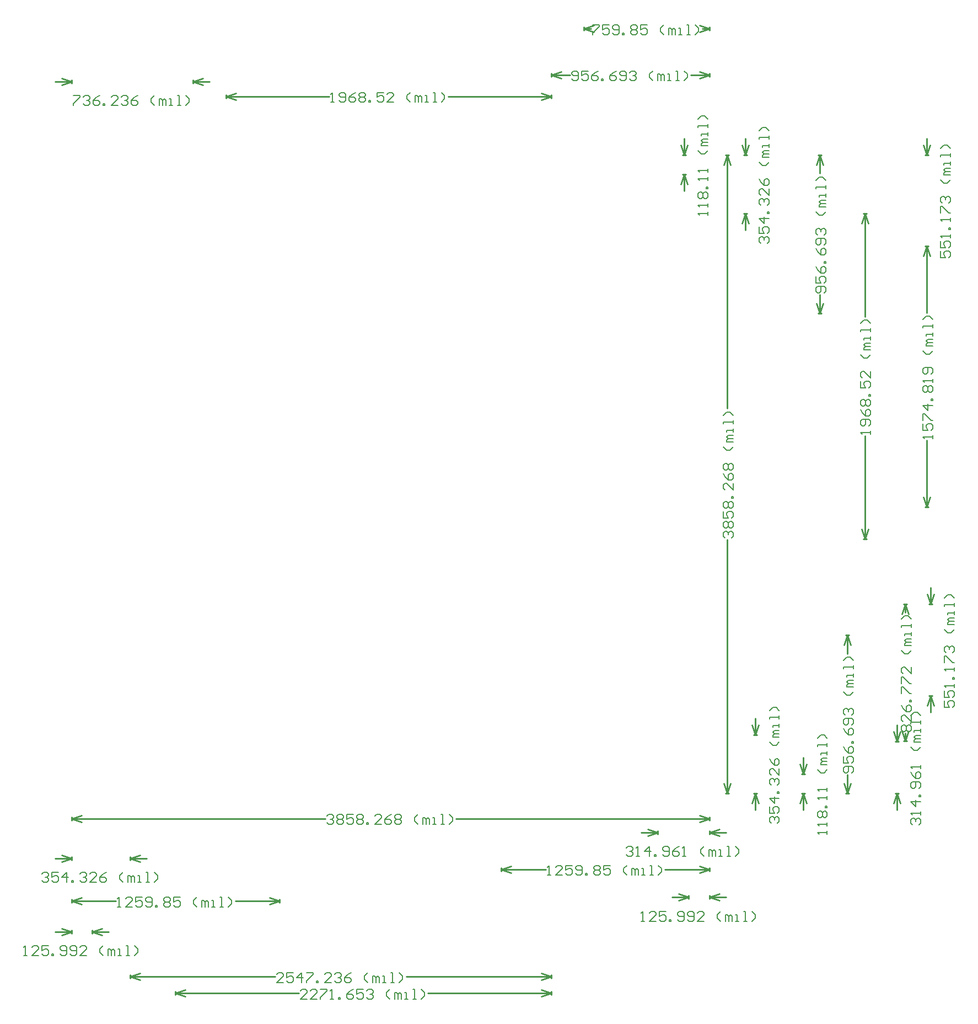
<source format=gtp>
G04*
G04 #@! TF.GenerationSoftware,Altium Limited,Altium Designer,18.1.7 (191)*
G04*
G04 Layer_Color=8421504*
%FSLAX25Y25*%
%MOIN*%
G70*
G01*
G75*
%ADD13C,0.01000*%
%ADD14C,0.00600*%
D13*
X73824Y429100D02*
Y431100D01*
X200Y429100D02*
Y431100D01*
X73824Y430100D02*
X79824Y428100D01*
X73824Y430100D02*
X79824Y432100D01*
X-5800Y428100D02*
X200Y430100D01*
X-5800Y432100D02*
X200Y430100D01*
X73824D02*
X83824D01*
X-9800D02*
X200D01*
X386100Y461100D02*
Y463100D01*
X310115Y461100D02*
Y463100D01*
X380100Y460100D02*
X386100Y462100D01*
X380100Y464100D02*
X386100Y462100D01*
X310115D02*
X316115Y460100D01*
X310115Y462100D02*
X316115Y464100D01*
X381697Y462100D02*
X386100D01*
X310115D02*
X314518D01*
X516300Y330700D02*
X518300D01*
X516300Y173218D02*
X518300D01*
X517300Y330700D02*
X519300Y324700D01*
X515300D02*
X517300Y330700D01*
Y173218D02*
X519300Y179218D01*
X515300D02*
X517300Y173218D01*
Y290547D02*
Y330700D01*
Y173218D02*
Y213371D01*
X516400Y385900D02*
X518400D01*
X516400Y330783D02*
X518400D01*
X517400Y385900D02*
X519400Y391900D01*
X515400D02*
X517400Y385900D01*
Y330783D02*
X519400Y324783D01*
X515400D02*
X517400Y330783D01*
Y385900D02*
Y395900D01*
Y320783D02*
Y330783D01*
X478900Y350500D02*
X480900D01*
X478900Y153648D02*
X480900D01*
X479900Y350500D02*
X481900Y344500D01*
X477900D02*
X479900Y350500D01*
Y153648D02*
X481900Y159648D01*
X477900D02*
X479900Y153648D01*
Y288163D02*
Y350500D01*
Y153648D02*
Y215985D01*
X290400Y420200D02*
Y422200D01*
X93548Y420200D02*
Y422200D01*
X284400Y419200D02*
X290400Y421200D01*
X284400Y423200D02*
X290400Y421200D01*
X93548D02*
X99548Y419200D01*
X93548Y421200D02*
X99548Y423200D01*
X228063Y421200D02*
X290400D01*
X93548D02*
X155885D01*
X386100Y433200D02*
Y435200D01*
X290431Y433200D02*
Y435200D01*
X380100Y432200D02*
X386100Y434200D01*
X380100Y436200D02*
X386100Y434200D01*
X290431D02*
X296431Y432200D01*
X290431Y434200D02*
X296431Y436200D01*
X374854Y434200D02*
X386100D01*
X290431D02*
X301677D01*
X290300Y-121600D02*
Y-119600D01*
X63135Y-121600D02*
Y-119600D01*
X284300Y-122600D02*
X290300Y-120600D01*
X284300Y-118600D02*
X290300Y-120600D01*
X63135D02*
X69135Y-122600D01*
X63135Y-120600D02*
X69135Y-118600D01*
X215805Y-120600D02*
X290300D01*
X63135D02*
X137629D01*
X290324Y-111500D02*
Y-109500D01*
X35600Y-111500D02*
Y-109500D01*
X284324Y-112500D02*
X290324Y-110500D01*
X284324Y-108500D02*
X290324Y-110500D01*
X35600D02*
X41600Y-112500D01*
X35600Y-110500D02*
X41600Y-108500D01*
X202550Y-110500D02*
X290324D01*
X35600D02*
X123374D01*
X518600Y114300D02*
X520600D01*
X518600Y59183D02*
X520600D01*
X519600Y114300D02*
X521600Y120300D01*
X517600D02*
X519600Y114300D01*
Y59183D02*
X521600Y53183D01*
X517600D02*
X519600Y59183D01*
Y114300D02*
Y124300D01*
Y49183D02*
Y59183D01*
X503500Y114277D02*
X505500D01*
X503500Y31600D02*
X505500D01*
X504500Y114277D02*
X506500Y108277D01*
X502500D02*
X504500Y114277D01*
Y31600D02*
X506500Y37600D01*
X502500D02*
X504500Y31600D01*
Y109527D02*
Y114277D01*
Y31600D02*
Y36350D01*
X498200Y31596D02*
X500200D01*
X498200Y100D02*
X500200D01*
X499200Y31596D02*
X501200Y37596D01*
X497200D02*
X499200Y31596D01*
Y100D02*
X501200Y-5900D01*
X497200D02*
X499200Y100D01*
Y31596D02*
Y41596D01*
Y-9900D02*
Y100D01*
X12800Y-84600D02*
Y-82600D01*
X201Y-84600D02*
Y-82600D01*
X12800Y-83600D02*
X18800Y-85600D01*
X12800Y-83600D02*
X18800Y-81600D01*
X-5799Y-85600D02*
X201Y-83600D01*
X-5799Y-81600D02*
X201Y-83600D01*
X12800D02*
X22800D01*
X-9799D02*
X201D01*
X386100Y-63700D02*
Y-61700D01*
X373501Y-63700D02*
Y-61700D01*
X386100Y-62700D02*
X392100Y-64700D01*
X386100Y-62700D02*
X392100Y-60700D01*
X367501Y-64700D02*
X373501Y-62700D01*
X367501Y-60700D02*
X373501Y-62700D01*
X386100D02*
X396100D01*
X363501D02*
X373501D01*
X451700Y385900D02*
X453700D01*
X451700Y290231D02*
X453700D01*
X452700Y385900D02*
X454700Y379900D01*
X450700D02*
X452700Y385900D01*
Y290231D02*
X454700Y296231D01*
X450700D02*
X452700Y290231D01*
Y374654D02*
Y385900D01*
Y290231D02*
Y301477D01*
X468500Y95769D02*
X470500D01*
X468500Y100D02*
X470500D01*
X469500Y95769D02*
X471500Y89769D01*
X467500D02*
X469500Y95769D01*
Y100D02*
X471500Y6100D01*
X467500D02*
X469500Y100D01*
Y84523D02*
Y95769D01*
Y100D02*
Y11346D01*
X369700Y385900D02*
X371700D01*
X369700Y374089D02*
X371700D01*
X370700Y385900D02*
X372700Y391900D01*
X368700D02*
X370700Y385900D01*
Y374089D02*
X372700Y368089D01*
X368700D02*
X370700Y374089D01*
Y385900D02*
Y395900D01*
Y364089D02*
Y374089D01*
X441800Y11911D02*
X443800D01*
X441800Y100D02*
X443800D01*
X442800Y11911D02*
X444800Y17911D01*
X440800D02*
X442800Y11911D01*
Y100D02*
X444800Y-5900D01*
X440800D02*
X442800Y100D01*
Y11911D02*
Y21911D01*
Y-9900D02*
Y100D01*
X126185Y-66000D02*
Y-64000D01*
X200Y-66000D02*
Y-64000D01*
X120185Y-67000D02*
X126185Y-65000D01*
X120185Y-63000D02*
X126185Y-65000D01*
X200D02*
X6200Y-67000D01*
X200Y-65000D02*
X6200Y-63000D01*
X99281Y-65000D02*
X126185D01*
X200D02*
X27104D01*
X386100Y-46800D02*
Y-44800D01*
X260115Y-46800D02*
Y-44800D01*
X380100Y-47800D02*
X386100Y-45800D01*
X380100Y-43800D02*
X386100Y-45800D01*
X260115D02*
X266115Y-47800D01*
X260115Y-45800D02*
X266115Y-43800D01*
X359196Y-45800D02*
X386100D01*
X260115D02*
X287019D01*
X386100Y-16100D02*
Y-14100D01*
X273Y-16100D02*
Y-14100D01*
X380100Y-17100D02*
X386100Y-15100D01*
X380100Y-13100D02*
X386100Y-15100D01*
X273D02*
X6273Y-17100D01*
X273Y-15100D02*
X6273Y-13100D01*
X232774Y-15100D02*
X386100D01*
X273D02*
X153599D01*
X395800Y385927D02*
X397800D01*
X395800Y100D02*
X397800D01*
X396800Y385927D02*
X398800Y379927D01*
X394800D02*
X396800Y385927D01*
Y100D02*
X398800Y6100D01*
X394800D02*
X396800Y100D01*
Y232601D02*
Y385927D01*
Y100D02*
Y153426D01*
X412800Y35533D02*
X414800D01*
X412800Y100D02*
X414800D01*
X413800Y35533D02*
X415800Y41533D01*
X411800D02*
X413800Y35533D01*
Y100D02*
X415800Y-5900D01*
X411800D02*
X413800Y100D01*
Y35533D02*
Y45533D01*
Y-9900D02*
Y100D01*
X406700Y385900D02*
X408700D01*
X406700Y350467D02*
X408700D01*
X407700Y385900D02*
X409700Y391900D01*
X405700D02*
X407700Y385900D01*
Y350467D02*
X409700Y344467D01*
X405700D02*
X407700Y350467D01*
Y385900D02*
Y395900D01*
Y340467D02*
Y350467D01*
X35633Y-40300D02*
Y-38300D01*
X200Y-40300D02*
Y-38300D01*
X35633Y-39300D02*
X41633Y-41300D01*
X35633Y-39300D02*
X41633Y-37300D01*
X-5800Y-41300D02*
X200Y-39300D01*
X-5800Y-37300D02*
X200Y-39300D01*
X35633D02*
X45633D01*
X-9800D02*
X200D01*
X386100Y-24500D02*
Y-22500D01*
X354604Y-24500D02*
Y-22500D01*
X386100Y-23500D02*
X392100Y-25500D01*
X386100Y-23500D02*
X392100Y-21500D01*
X348604Y-25500D02*
X354604Y-23500D01*
X348604Y-21500D02*
X354604Y-23500D01*
X386100D02*
X396100D01*
X344604D02*
X354604D01*
D14*
X1423Y421702D02*
X5422D01*
Y420702D01*
X1423Y416704D01*
Y415704D01*
X7421Y420702D02*
X8421Y421702D01*
X10420D01*
X11420Y420702D01*
Y419703D01*
X10420Y418703D01*
X9420D01*
X10420D01*
X11420Y417703D01*
Y416704D01*
X10420Y415704D01*
X8421D01*
X7421Y416704D01*
X17418Y421702D02*
X15419Y420702D01*
X13419Y418703D01*
Y416704D01*
X14419Y415704D01*
X16418D01*
X17418Y416704D01*
Y417703D01*
X16418Y418703D01*
X13419D01*
X19417Y415704D02*
Y416704D01*
X20417D01*
Y415704D01*
X19417D01*
X28414D02*
X24416D01*
X28414Y419703D01*
Y420702D01*
X27415Y421702D01*
X25415D01*
X24416Y420702D01*
X30414D02*
X31413Y421702D01*
X33413D01*
X34413Y420702D01*
Y419703D01*
X33413Y418703D01*
X32413D01*
X33413D01*
X34413Y417703D01*
Y416704D01*
X33413Y415704D01*
X31413D01*
X30414Y416704D01*
X40411Y421702D02*
X38411Y420702D01*
X36412Y418703D01*
Y416704D01*
X37411Y415704D01*
X39411D01*
X40411Y416704D01*
Y417703D01*
X39411Y418703D01*
X36412D01*
X50407Y415704D02*
X48408Y417703D01*
Y419703D01*
X50407Y421702D01*
X53406Y415704D02*
Y419703D01*
X54406D01*
X55406Y418703D01*
Y415704D01*
Y418703D01*
X56405Y419703D01*
X57405Y418703D01*
Y415704D01*
X59404D02*
X61404D01*
X60404D01*
Y419703D01*
X59404D01*
X64403Y415704D02*
X66402D01*
X65402D01*
Y421702D01*
X64403D01*
X69401Y415704D02*
X71400Y417703D01*
Y419703D01*
X69401Y421702D01*
X315518Y464499D02*
X319516D01*
Y463499D01*
X315518Y459501D01*
Y458501D01*
X325515Y464499D02*
X321516D01*
Y461500D01*
X323515Y462500D01*
X324515D01*
X325515Y461500D01*
Y459501D01*
X324515Y458501D01*
X322516D01*
X321516Y459501D01*
X327514D02*
X328514Y458501D01*
X330513D01*
X331513Y459501D01*
Y463499D01*
X330513Y464499D01*
X328514D01*
X327514Y463499D01*
Y462500D01*
X328514Y461500D01*
X331513D01*
X333512Y458501D02*
Y459501D01*
X334512D01*
Y458501D01*
X333512D01*
X338510Y463499D02*
X339510Y464499D01*
X341509D01*
X342509Y463499D01*
Y462500D01*
X341509Y461500D01*
X342509Y460500D01*
Y459501D01*
X341509Y458501D01*
X339510D01*
X338510Y459501D01*
Y460500D01*
X339510Y461500D01*
X338510Y462500D01*
Y463499D01*
X339510Y461500D02*
X341509D01*
X348507Y464499D02*
X344508D01*
Y461500D01*
X346508Y462500D01*
X347508D01*
X348507Y461500D01*
Y459501D01*
X347508Y458501D01*
X345508D01*
X344508Y459501D01*
X358504Y458501D02*
X356505Y460500D01*
Y462500D01*
X358504Y464499D01*
X361503Y458501D02*
Y462500D01*
X362503D01*
X363502Y461500D01*
Y458501D01*
Y461500D01*
X364502Y462500D01*
X365502Y461500D01*
Y458501D01*
X367501D02*
X369500D01*
X368501D01*
Y462500D01*
X367501D01*
X372499Y458501D02*
X374499D01*
X373499D01*
Y464499D01*
X372499D01*
X377498Y458501D02*
X379497Y460500D01*
Y462500D01*
X377498Y464499D01*
X520899Y214371D02*
Y216370D01*
Y215371D01*
X514901D01*
X515901Y214371D01*
X514901Y223368D02*
Y219369D01*
X517900D01*
X516900Y221369D01*
Y222368D01*
X517900Y223368D01*
X519899D01*
X520899Y222368D01*
Y220369D01*
X519899Y219369D01*
X514901Y225367D02*
Y229366D01*
X515901D01*
X519899Y225367D01*
X520899D01*
Y234365D02*
X514901D01*
X517900Y231365D01*
Y235364D01*
X520899Y237364D02*
X519899D01*
Y238363D01*
X520899D01*
Y237364D01*
X515901Y242362D02*
X514901Y243362D01*
Y245361D01*
X515901Y246361D01*
X516900D01*
X517900Y245361D01*
X518900Y246361D01*
X519899D01*
X520899Y245361D01*
Y243362D01*
X519899Y242362D01*
X518900D01*
X517900Y243362D01*
X516900Y242362D01*
X515901D01*
X517900Y243362D02*
Y245361D01*
X520899Y248360D02*
Y250359D01*
Y249360D01*
X514901D01*
X515901Y248360D01*
X519899Y253358D02*
X520899Y254358D01*
Y256357D01*
X519899Y257357D01*
X515901D01*
X514901Y256357D01*
Y254358D01*
X515901Y253358D01*
X516900D01*
X517900Y254358D01*
Y257357D01*
X520899Y267354D02*
X518900Y265354D01*
X516900D01*
X514901Y267354D01*
X520899Y270353D02*
X516900D01*
Y271353D01*
X517900Y272352D01*
X520899D01*
X517900D01*
X516900Y273352D01*
X517900Y274352D01*
X520899D01*
Y276351D02*
Y278350D01*
Y277351D01*
X516900D01*
Y276351D01*
X520899Y281349D02*
Y283349D01*
Y282349D01*
X514901D01*
Y281349D01*
X520899Y286348D02*
X518900Y288347D01*
X516900D01*
X514901Y286348D01*
X525798Y327751D02*
Y323752D01*
X528797D01*
X527797Y325752D01*
Y326751D01*
X528797Y327751D01*
X530796D01*
X531796Y326751D01*
Y324752D01*
X530796Y323752D01*
X525798Y333749D02*
Y329750D01*
X528797D01*
X527797Y331750D01*
Y332749D01*
X528797Y333749D01*
X530796D01*
X531796Y332749D01*
Y330750D01*
X530796Y329750D01*
X531796Y335749D02*
Y337748D01*
Y336748D01*
X525798D01*
X526798Y335749D01*
X531796Y340747D02*
X530796D01*
Y341746D01*
X531796D01*
Y340747D01*
Y345745D02*
Y347745D01*
Y346745D01*
X525798D01*
X526798Y345745D01*
X525798Y350744D02*
Y354742D01*
X526798D01*
X530796Y350744D01*
X531796D01*
X526798Y356742D02*
X525798Y357741D01*
Y359741D01*
X526798Y360740D01*
X527797D01*
X528797Y359741D01*
Y358741D01*
Y359741D01*
X529797Y360740D01*
X530796D01*
X531796Y359741D01*
Y357741D01*
X530796Y356742D01*
X531796Y370737D02*
X529797Y368738D01*
X527797D01*
X525798Y370737D01*
X531796Y373736D02*
X527797D01*
Y374736D01*
X528797Y375735D01*
X531796D01*
X528797D01*
X527797Y376735D01*
X528797Y377735D01*
X531796D01*
Y379734D02*
Y381734D01*
Y380734D01*
X527797D01*
Y379734D01*
X531796Y384733D02*
Y386732D01*
Y385732D01*
X525798D01*
Y384733D01*
X531796Y389731D02*
X529797Y391730D01*
X527797D01*
X525798Y389731D01*
X483499Y216985D02*
Y218985D01*
Y217985D01*
X477501D01*
X478501Y216985D01*
X482499Y221984D02*
X483499Y222983D01*
Y224983D01*
X482499Y225982D01*
X478501D01*
X477501Y224983D01*
Y222983D01*
X478501Y221984D01*
X479500D01*
X480500Y222983D01*
Y225982D01*
X477501Y231980D02*
X478501Y229981D01*
X480500Y227982D01*
X482499D01*
X483499Y228981D01*
Y230981D01*
X482499Y231980D01*
X481500D01*
X480500Y230981D01*
Y227982D01*
X478501Y233980D02*
X477501Y234979D01*
Y236979D01*
X478501Y237978D01*
X479500D01*
X480500Y236979D01*
X481500Y237978D01*
X482499D01*
X483499Y236979D01*
Y234979D01*
X482499Y233980D01*
X481500D01*
X480500Y234979D01*
X479500Y233980D01*
X478501D01*
X480500Y234979D02*
Y236979D01*
X483499Y239978D02*
X482499D01*
Y240977D01*
X483499D01*
Y239978D01*
X477501Y248975D02*
Y244976D01*
X480500D01*
X479500Y246975D01*
Y247975D01*
X480500Y248975D01*
X482499D01*
X483499Y247975D01*
Y245976D01*
X482499Y244976D01*
X483499Y254973D02*
Y250974D01*
X479500Y254973D01*
X478501D01*
X477501Y253973D01*
Y251974D01*
X478501Y250974D01*
X483499Y264970D02*
X481500Y262970D01*
X479500D01*
X477501Y264970D01*
X483499Y267969D02*
X479500D01*
Y268968D01*
X480500Y269968D01*
X483499D01*
X480500D01*
X479500Y270968D01*
X480500Y271967D01*
X483499D01*
Y273967D02*
Y275966D01*
Y274966D01*
X479500D01*
Y273967D01*
X483499Y278965D02*
Y280964D01*
Y279965D01*
X477501D01*
Y278965D01*
X483499Y283963D02*
X481500Y285963D01*
X479500D01*
X477501Y283963D01*
X156885Y417601D02*
X158885D01*
X157885D01*
Y423599D01*
X156885Y422599D01*
X161884Y418601D02*
X162883Y417601D01*
X164883D01*
X165882Y418601D01*
Y422599D01*
X164883Y423599D01*
X162883D01*
X161884Y422599D01*
Y421600D01*
X162883Y420600D01*
X165882D01*
X171880Y423599D02*
X169881Y422599D01*
X167882Y420600D01*
Y418601D01*
X168881Y417601D01*
X170881D01*
X171880Y418601D01*
Y419600D01*
X170881Y420600D01*
X167882D01*
X173880Y422599D02*
X174879Y423599D01*
X176879D01*
X177878Y422599D01*
Y421600D01*
X176879Y420600D01*
X177878Y419600D01*
Y418601D01*
X176879Y417601D01*
X174879D01*
X173880Y418601D01*
Y419600D01*
X174879Y420600D01*
X173880Y421600D01*
Y422599D01*
X174879Y420600D02*
X176879D01*
X179878Y417601D02*
Y418601D01*
X180877D01*
Y417601D01*
X179878D01*
X188875Y423599D02*
X184876D01*
Y420600D01*
X186875Y421600D01*
X187875D01*
X188875Y420600D01*
Y418601D01*
X187875Y417601D01*
X185876D01*
X184876Y418601D01*
X194873Y417601D02*
X190874D01*
X194873Y421600D01*
Y422599D01*
X193873Y423599D01*
X191874D01*
X190874Y422599D01*
X204870Y417601D02*
X202870Y419600D01*
Y421600D01*
X204870Y423599D01*
X207869Y417601D02*
Y421600D01*
X208868D01*
X209868Y420600D01*
Y417601D01*
Y420600D01*
X210868Y421600D01*
X211867Y420600D01*
Y417601D01*
X213867D02*
X215866D01*
X214866D01*
Y421600D01*
X213867D01*
X218865Y417601D02*
X220865D01*
X219865D01*
Y423599D01*
X218865D01*
X223864Y417601D02*
X225863Y419600D01*
Y421600D01*
X223864Y423599D01*
X302677Y431601D02*
X303676Y430601D01*
X305676D01*
X306675Y431601D01*
Y435599D01*
X305676Y436599D01*
X303676D01*
X302677Y435599D01*
Y434600D01*
X303676Y433600D01*
X306675D01*
X312673Y436599D02*
X308675D01*
Y433600D01*
X310674Y434600D01*
X311674D01*
X312673Y433600D01*
Y431601D01*
X311674Y430601D01*
X309674D01*
X308675Y431601D01*
X318671Y436599D02*
X316672Y435599D01*
X314673Y433600D01*
Y431601D01*
X315672Y430601D01*
X317672D01*
X318671Y431601D01*
Y432600D01*
X317672Y433600D01*
X314673D01*
X320671Y430601D02*
Y431601D01*
X321671D01*
Y430601D01*
X320671D01*
X329668Y436599D02*
X327669Y435599D01*
X325669Y433600D01*
Y431601D01*
X326669Y430601D01*
X328668D01*
X329668Y431601D01*
Y432600D01*
X328668Y433600D01*
X325669D01*
X331667Y431601D02*
X332667Y430601D01*
X334666D01*
X335666Y431601D01*
Y435599D01*
X334666Y436599D01*
X332667D01*
X331667Y435599D01*
Y434600D01*
X332667Y433600D01*
X335666D01*
X337665Y435599D02*
X338665Y436599D01*
X340664D01*
X341664Y435599D01*
Y434600D01*
X340664Y433600D01*
X339665D01*
X340664D01*
X341664Y432600D01*
Y431601D01*
X340664Y430601D01*
X338665D01*
X337665Y431601D01*
X351661Y430601D02*
X349661Y432600D01*
Y434600D01*
X351661Y436599D01*
X354660Y430601D02*
Y434600D01*
X355660D01*
X356659Y433600D01*
Y430601D01*
Y433600D01*
X357659Y434600D01*
X358659Y433600D01*
Y430601D01*
X360658D02*
X362657D01*
X361658D01*
Y434600D01*
X360658D01*
X365656Y430601D02*
X367656D01*
X366656D01*
Y436599D01*
X365656D01*
X370655Y430601D02*
X372654Y432600D01*
Y434600D01*
X370655Y436599D01*
X142628Y-124199D02*
X138629D01*
X142628Y-120200D01*
Y-119201D01*
X141629Y-118201D01*
X139629D01*
X138629Y-119201D01*
X148626Y-124199D02*
X144627D01*
X148626Y-120200D01*
Y-119201D01*
X147626Y-118201D01*
X145627D01*
X144627Y-119201D01*
X150626Y-118201D02*
X154624D01*
Y-119201D01*
X150626Y-123199D01*
Y-124199D01*
X156624D02*
X158623D01*
X157623D01*
Y-118201D01*
X156624Y-119201D01*
X161622Y-124199D02*
Y-123199D01*
X162622D01*
Y-124199D01*
X161622D01*
X170619Y-118201D02*
X168620Y-119201D01*
X166620Y-121200D01*
Y-123199D01*
X167620Y-124199D01*
X169619D01*
X170619Y-123199D01*
Y-122200D01*
X169619Y-121200D01*
X166620D01*
X176617Y-118201D02*
X172618D01*
Y-121200D01*
X174618Y-120200D01*
X175618D01*
X176617Y-121200D01*
Y-123199D01*
X175618Y-124199D01*
X173618D01*
X172618Y-123199D01*
X178616Y-119201D02*
X179616Y-118201D01*
X181616D01*
X182615Y-119201D01*
Y-120200D01*
X181616Y-121200D01*
X180616D01*
X181616D01*
X182615Y-122200D01*
Y-123199D01*
X181616Y-124199D01*
X179616D01*
X178616Y-123199D01*
X192612Y-124199D02*
X190613Y-122200D01*
Y-120200D01*
X192612Y-118201D01*
X195611Y-124199D02*
Y-120200D01*
X196611D01*
X197610Y-121200D01*
Y-124199D01*
Y-121200D01*
X198610Y-120200D01*
X199610Y-121200D01*
Y-124199D01*
X201609D02*
X203608D01*
X202609D01*
Y-120200D01*
X201609D01*
X206608Y-124199D02*
X208607D01*
X207607D01*
Y-118201D01*
X206608D01*
X211606Y-124199D02*
X213605Y-122200D01*
Y-120200D01*
X211606Y-118201D01*
X128373Y-114099D02*
X124374D01*
X128373Y-110100D01*
Y-109101D01*
X127373Y-108101D01*
X125374D01*
X124374Y-109101D01*
X134371Y-108101D02*
X130372D01*
Y-111100D01*
X132371Y-110100D01*
X133371D01*
X134371Y-111100D01*
Y-113099D01*
X133371Y-114099D01*
X131372D01*
X130372Y-113099D01*
X139369Y-114099D02*
Y-108101D01*
X136370Y-111100D01*
X140369D01*
X142368Y-108101D02*
X146367D01*
Y-109101D01*
X142368Y-113099D01*
Y-114099D01*
X148366D02*
Y-113099D01*
X149366D01*
Y-114099D01*
X148366D01*
X157363D02*
X153365D01*
X157363Y-110100D01*
Y-109101D01*
X156364Y-108101D01*
X154364D01*
X153365Y-109101D01*
X159363D02*
X160363Y-108101D01*
X162362D01*
X163362Y-109101D01*
Y-110100D01*
X162362Y-111100D01*
X161362D01*
X162362D01*
X163362Y-112100D01*
Y-113099D01*
X162362Y-114099D01*
X160363D01*
X159363Y-113099D01*
X169360Y-108101D02*
X167360Y-109101D01*
X165361Y-111100D01*
Y-113099D01*
X166360Y-114099D01*
X168360D01*
X169360Y-113099D01*
Y-112100D01*
X168360Y-111100D01*
X165361D01*
X179356Y-114099D02*
X177357Y-112100D01*
Y-110100D01*
X179356Y-108101D01*
X182355Y-114099D02*
Y-110100D01*
X183355D01*
X184355Y-111100D01*
Y-114099D01*
Y-111100D01*
X185354Y-110100D01*
X186354Y-111100D01*
Y-114099D01*
X188353D02*
X190353D01*
X189353D01*
Y-110100D01*
X188353D01*
X193352Y-114099D02*
X195351D01*
X194351D01*
Y-108101D01*
X193352D01*
X198350Y-114099D02*
X200349Y-112100D01*
Y-110100D01*
X198350Y-108101D01*
X527998Y56151D02*
Y52152D01*
X530997D01*
X529997Y54152D01*
Y55151D01*
X530997Y56151D01*
X532996D01*
X533996Y55151D01*
Y53152D01*
X532996Y52152D01*
X527998Y62149D02*
Y58150D01*
X530997D01*
X529997Y60150D01*
Y61149D01*
X530997Y62149D01*
X532996D01*
X533996Y61149D01*
Y59150D01*
X532996Y58150D01*
X533996Y64148D02*
Y66148D01*
Y65148D01*
X527998D01*
X528998Y64148D01*
X533996Y69147D02*
X532996D01*
Y70147D01*
X533996D01*
Y69147D01*
Y74145D02*
Y76145D01*
Y75145D01*
X527998D01*
X528998Y74145D01*
X527998Y79144D02*
Y83142D01*
X528998D01*
X532996Y79144D01*
X533996D01*
X528998Y85142D02*
X527998Y86141D01*
Y88141D01*
X528998Y89140D01*
X529997D01*
X530997Y88141D01*
Y87141D01*
Y88141D01*
X531997Y89140D01*
X532996D01*
X533996Y88141D01*
Y86141D01*
X532996Y85142D01*
X533996Y99137D02*
X531997Y97138D01*
X529997D01*
X527998Y99137D01*
X533996Y102136D02*
X529997D01*
Y103136D01*
X530997Y104136D01*
X533996D01*
X530997D01*
X529997Y105135D01*
X530997Y106135D01*
X533996D01*
Y108134D02*
Y110134D01*
Y109134D01*
X529997D01*
Y108134D01*
X533996Y113133D02*
Y115132D01*
Y114132D01*
X527998D01*
Y113133D01*
X533996Y118131D02*
X531997Y120130D01*
X529997D01*
X527998Y118131D01*
X503101Y37350D02*
X502101Y38350D01*
Y40349D01*
X503101Y41349D01*
X504100D01*
X505100Y40349D01*
X506100Y41349D01*
X507099D01*
X508099Y40349D01*
Y38350D01*
X507099Y37350D01*
X506100D01*
X505100Y38350D01*
X504100Y37350D01*
X503101D01*
X505100Y38350D02*
Y40349D01*
X508099Y47347D02*
Y43348D01*
X504100Y47347D01*
X503101D01*
X502101Y46347D01*
Y44348D01*
X503101Y43348D01*
X502101Y53345D02*
X503101Y51345D01*
X505100Y49346D01*
X507099D01*
X508099Y50346D01*
Y52345D01*
X507099Y53345D01*
X506100D01*
X505100Y52345D01*
Y49346D01*
X508099Y55344D02*
X507099D01*
Y56344D01*
X508099D01*
Y55344D01*
X502101Y60343D02*
Y64341D01*
X503101D01*
X507099Y60343D01*
X508099D01*
X502101Y66341D02*
Y70339D01*
X503101D01*
X507099Y66341D01*
X508099D01*
Y76337D02*
Y72339D01*
X504100Y76337D01*
X503101D01*
X502101Y75338D01*
Y73338D01*
X503101Y72339D01*
X508099Y86334D02*
X506100Y84335D01*
X504100D01*
X502101Y86334D01*
X508099Y89333D02*
X504100D01*
Y90333D01*
X505100Y91332D01*
X508099D01*
X505100D01*
X504100Y92332D01*
X505100Y93332D01*
X508099D01*
Y95331D02*
Y97330D01*
Y96331D01*
X504100D01*
Y95331D01*
X508099Y100329D02*
Y102329D01*
Y101329D01*
X502101D01*
Y100329D01*
X508099Y105328D02*
X506100Y107327D01*
X504100D01*
X502101Y105328D01*
X508598Y-18741D02*
X507598Y-17741D01*
Y-15742D01*
X508598Y-14742D01*
X509597D01*
X510597Y-15742D01*
Y-16742D01*
Y-15742D01*
X511597Y-14742D01*
X512596D01*
X513596Y-15742D01*
Y-17741D01*
X512596Y-18741D01*
X513596Y-12743D02*
Y-10744D01*
Y-11743D01*
X507598D01*
X508598Y-12743D01*
X513596Y-4746D02*
X507598D01*
X510597Y-7745D01*
Y-3746D01*
X513596Y-1746D02*
X512596D01*
Y-747D01*
X513596D01*
Y-1746D01*
X512596Y3252D02*
X513596Y4252D01*
Y6251D01*
X512596Y7251D01*
X508598D01*
X507598Y6251D01*
Y4252D01*
X508598Y3252D01*
X509597D01*
X510597Y4252D01*
Y7251D01*
X507598Y13249D02*
X508598Y11249D01*
X510597Y9250D01*
X512596D01*
X513596Y10250D01*
Y12249D01*
X512596Y13249D01*
X511597D01*
X510597Y12249D01*
Y9250D01*
X513596Y15248D02*
Y17247D01*
Y16248D01*
X507598D01*
X508598Y15248D01*
X513596Y28244D02*
X511597Y26245D01*
X509597D01*
X507598Y28244D01*
X513596Y31243D02*
X509597D01*
Y32243D01*
X510597Y33242D01*
X513596D01*
X510597D01*
X509597Y34242D01*
X510597Y35242D01*
X513596D01*
Y37241D02*
Y39240D01*
Y38241D01*
X509597D01*
Y37241D01*
X513596Y42239D02*
Y44239D01*
Y43239D01*
X507598D01*
Y42239D01*
X513596Y47238D02*
X511597Y49237D01*
X509597D01*
X507598Y47238D01*
X-28588Y-97996D02*
X-26589D01*
X-27589D01*
Y-91998D01*
X-28588Y-92998D01*
X-19591Y-97996D02*
X-23590D01*
X-19591Y-93997D01*
Y-92998D01*
X-20591Y-91998D01*
X-22590D01*
X-23590Y-92998D01*
X-13593Y-91998D02*
X-17592D01*
Y-94997D01*
X-15593Y-93997D01*
X-14593D01*
X-13593Y-94997D01*
Y-96996D01*
X-14593Y-97996D01*
X-16592D01*
X-17592Y-96996D01*
X-11594Y-97996D02*
Y-96996D01*
X-10594D01*
Y-97996D01*
X-11594D01*
X-6596Y-96996D02*
X-5596Y-97996D01*
X-3596D01*
X-2597Y-96996D01*
Y-92998D01*
X-3596Y-91998D01*
X-5596D01*
X-6596Y-92998D01*
Y-93997D01*
X-5596Y-94997D01*
X-2597D01*
X-598Y-96996D02*
X402Y-97996D01*
X2402D01*
X3401Y-96996D01*
Y-92998D01*
X2402Y-91998D01*
X402D01*
X-598Y-92998D01*
Y-93997D01*
X402Y-94997D01*
X3401D01*
X9399Y-97996D02*
X5401D01*
X9399Y-93997D01*
Y-92998D01*
X8400Y-91998D01*
X6400D01*
X5401Y-92998D01*
X19396Y-97996D02*
X17397Y-95997D01*
Y-93997D01*
X19396Y-91998D01*
X22395Y-97996D02*
Y-93997D01*
X23395D01*
X24394Y-94997D01*
Y-97996D01*
Y-94997D01*
X25394Y-93997D01*
X26394Y-94997D01*
Y-97996D01*
X28393D02*
X30393D01*
X29393D01*
Y-93997D01*
X28393D01*
X33391Y-97996D02*
X35391D01*
X34391D01*
Y-91998D01*
X33391D01*
X38390Y-97996D02*
X40389Y-95997D01*
Y-93997D01*
X38390Y-91998D01*
X344712Y-77096D02*
X346711D01*
X345711D01*
Y-71098D01*
X344712Y-72098D01*
X353709Y-77096D02*
X349710D01*
X353709Y-73097D01*
Y-72098D01*
X352709Y-71098D01*
X350710D01*
X349710Y-72098D01*
X359707Y-71098D02*
X355708D01*
Y-74097D01*
X357707Y-73097D01*
X358707D01*
X359707Y-74097D01*
Y-76096D01*
X358707Y-77096D01*
X356708D01*
X355708Y-76096D01*
X361706Y-77096D02*
Y-76096D01*
X362706D01*
Y-77096D01*
X361706D01*
X366704Y-76096D02*
X367704Y-77096D01*
X369704D01*
X370703Y-76096D01*
Y-72098D01*
X369704Y-71098D01*
X367704D01*
X366704Y-72098D01*
Y-73097D01*
X367704Y-74097D01*
X370703D01*
X372703Y-76096D02*
X373702Y-77096D01*
X375701D01*
X376701Y-76096D01*
Y-72098D01*
X375701Y-71098D01*
X373702D01*
X372703Y-72098D01*
Y-73097D01*
X373702Y-74097D01*
X376701D01*
X382699Y-77096D02*
X378701D01*
X382699Y-73097D01*
Y-72098D01*
X381700Y-71098D01*
X379700D01*
X378701Y-72098D01*
X392696Y-77096D02*
X390697Y-75097D01*
Y-73097D01*
X392696Y-71098D01*
X395695Y-77096D02*
Y-73097D01*
X396695D01*
X397694Y-74097D01*
Y-77096D01*
Y-74097D01*
X398694Y-73097D01*
X399694Y-74097D01*
Y-77096D01*
X401693D02*
X403692D01*
X402693D01*
Y-73097D01*
X401693D01*
X406692Y-77096D02*
X408691D01*
X407691D01*
Y-71098D01*
X406692D01*
X411690Y-77096D02*
X413689Y-75097D01*
Y-73097D01*
X411690Y-71098D01*
X455299Y302477D02*
X456299Y303476D01*
Y305476D01*
X455299Y306475D01*
X451301D01*
X450301Y305476D01*
Y303476D01*
X451301Y302477D01*
X452300D01*
X453300Y303476D01*
Y306475D01*
X450301Y312474D02*
Y308475D01*
X453300D01*
X452300Y310474D01*
Y311474D01*
X453300Y312474D01*
X455299D01*
X456299Y311474D01*
Y309474D01*
X455299Y308475D01*
X450301Y318472D02*
X451301Y316472D01*
X453300Y314473D01*
X455299D01*
X456299Y315473D01*
Y317472D01*
X455299Y318472D01*
X454300D01*
X453300Y317472D01*
Y314473D01*
X456299Y320471D02*
X455299D01*
Y321470D01*
X456299D01*
Y320471D01*
X450301Y329468D02*
X451301Y327469D01*
X453300Y325469D01*
X455299D01*
X456299Y326469D01*
Y328468D01*
X455299Y329468D01*
X454300D01*
X453300Y328468D01*
Y325469D01*
X455299Y331467D02*
X456299Y332467D01*
Y334466D01*
X455299Y335466D01*
X451301D01*
X450301Y334466D01*
Y332467D01*
X451301Y331467D01*
X452300D01*
X453300Y332467D01*
Y335466D01*
X451301Y337465D02*
X450301Y338465D01*
Y340464D01*
X451301Y341464D01*
X452300D01*
X453300Y340464D01*
Y339465D01*
Y340464D01*
X454300Y341464D01*
X455299D01*
X456299Y340464D01*
Y338465D01*
X455299Y337465D01*
X456299Y351461D02*
X454300Y349462D01*
X452300D01*
X450301Y351461D01*
X456299Y354460D02*
X452300D01*
Y355459D01*
X453300Y356459D01*
X456299D01*
X453300D01*
X452300Y357459D01*
X453300Y358459D01*
X456299D01*
Y360458D02*
Y362457D01*
Y361458D01*
X452300D01*
Y360458D01*
X456299Y365456D02*
Y367456D01*
Y366456D01*
X450301D01*
Y365456D01*
X456299Y370455D02*
X454300Y372454D01*
X452300D01*
X450301Y370455D01*
X472099Y12346D02*
X473099Y13346D01*
Y15345D01*
X472099Y16345D01*
X468101D01*
X467101Y15345D01*
Y13346D01*
X468101Y12346D01*
X469100D01*
X470100Y13346D01*
Y16345D01*
X467101Y22343D02*
Y18344D01*
X470100D01*
X469100Y20343D01*
Y21343D01*
X470100Y22343D01*
X472099D01*
X473099Y21343D01*
Y19344D01*
X472099Y18344D01*
X467101Y28341D02*
X468101Y26341D01*
X470100Y24342D01*
X472099D01*
X473099Y25342D01*
Y27341D01*
X472099Y28341D01*
X471100D01*
X470100Y27341D01*
Y24342D01*
X473099Y30340D02*
X472099D01*
Y31340D01*
X473099D01*
Y30340D01*
X467101Y39337D02*
X468101Y37338D01*
X470100Y35339D01*
X472099D01*
X473099Y36338D01*
Y38338D01*
X472099Y39337D01*
X471100D01*
X470100Y38338D01*
Y35339D01*
X472099Y41337D02*
X473099Y42336D01*
Y44336D01*
X472099Y45335D01*
X468101D01*
X467101Y44336D01*
Y42336D01*
X468101Y41337D01*
X469100D01*
X470100Y42336D01*
Y45335D01*
X468101Y47335D02*
X467101Y48334D01*
Y50334D01*
X468101Y51333D01*
X469100D01*
X470100Y50334D01*
Y49334D01*
Y50334D01*
X471100Y51333D01*
X472099D01*
X473099Y50334D01*
Y48334D01*
X472099Y47335D01*
X473099Y61330D02*
X471100Y59331D01*
X469100D01*
X467101Y61330D01*
X473099Y64329D02*
X469100D01*
Y65329D01*
X470100Y66329D01*
X473099D01*
X470100D01*
X469100Y67328D01*
X470100Y68328D01*
X473099D01*
Y70327D02*
Y72327D01*
Y71327D01*
X469100D01*
Y70327D01*
X473099Y75326D02*
Y77325D01*
Y76325D01*
X467101D01*
Y75326D01*
X473099Y80324D02*
X471100Y82323D01*
X469100D01*
X467101Y80324D01*
X385096Y349404D02*
Y351404D01*
Y350404D01*
X379098D01*
X380098Y349404D01*
X385096Y354403D02*
Y356402D01*
Y355402D01*
X379098D01*
X380098Y354403D01*
Y359401D02*
X379098Y360401D01*
Y362400D01*
X380098Y363400D01*
X381097D01*
X382097Y362400D01*
X383097Y363400D01*
X384096D01*
X385096Y362400D01*
Y360401D01*
X384096Y359401D01*
X383097D01*
X382097Y360401D01*
X381097Y359401D01*
X380098D01*
X382097Y360401D02*
Y362400D01*
X385096Y365399D02*
X384096D01*
Y366399D01*
X385096D01*
Y365399D01*
Y370397D02*
Y372397D01*
Y371397D01*
X379098D01*
X380098Y370397D01*
X385096Y375396D02*
Y377395D01*
Y376396D01*
X379098D01*
X380098Y375396D01*
X385096Y388392D02*
X383097Y386392D01*
X381097D01*
X379098Y388392D01*
X385096Y391391D02*
X381097D01*
Y392390D01*
X382097Y393390D01*
X385096D01*
X382097D01*
X381097Y394390D01*
X382097Y395389D01*
X385096D01*
Y397389D02*
Y399388D01*
Y398388D01*
X381097D01*
Y397389D01*
X385096Y402387D02*
Y404386D01*
Y403387D01*
X379098D01*
Y402387D01*
X385096Y407385D02*
X383097Y409385D01*
X381097D01*
X379098Y407385D01*
X457196Y-24585D02*
Y-22585D01*
Y-23585D01*
X451198D01*
X452198Y-24585D01*
X457196Y-19586D02*
Y-17587D01*
Y-18587D01*
X451198D01*
X452198Y-19586D01*
Y-14588D02*
X451198Y-13588D01*
Y-11589D01*
X452198Y-10589D01*
X453197D01*
X454197Y-11589D01*
X455197Y-10589D01*
X456196D01*
X457196Y-11589D01*
Y-13588D01*
X456196Y-14588D01*
X455197D01*
X454197Y-13588D01*
X453197Y-14588D01*
X452198D01*
X454197Y-13588D02*
Y-11589D01*
X457196Y-8590D02*
X456196D01*
Y-7590D01*
X457196D01*
Y-8590D01*
Y-3592D02*
Y-1592D01*
Y-2592D01*
X451198D01*
X452198Y-3592D01*
X457196Y1407D02*
Y3406D01*
Y2406D01*
X451198D01*
X452198Y1407D01*
X457196Y14403D02*
X455197Y12403D01*
X453197D01*
X451198Y14403D01*
X457196Y17402D02*
X453197D01*
Y18401D01*
X454197Y19401D01*
X457196D01*
X454197D01*
X453197Y20401D01*
X454197Y21400D01*
X457196D01*
Y23400D02*
Y25399D01*
Y24399D01*
X453197D01*
Y23400D01*
X457196Y28398D02*
Y30397D01*
Y29398D01*
X451198D01*
Y28398D01*
X457196Y33396D02*
X455197Y35396D01*
X453197D01*
X451198Y33396D01*
X28104Y-68599D02*
X30103D01*
X29103D01*
Y-62601D01*
X28104Y-63601D01*
X37101Y-68599D02*
X33102D01*
X37101Y-64600D01*
Y-63601D01*
X36101Y-62601D01*
X34102D01*
X33102Y-63601D01*
X43099Y-62601D02*
X39100D01*
Y-65600D01*
X41100Y-64600D01*
X42099D01*
X43099Y-65600D01*
Y-67599D01*
X42099Y-68599D01*
X40100D01*
X39100Y-67599D01*
X45098D02*
X46098Y-68599D01*
X48097D01*
X49097Y-67599D01*
Y-63601D01*
X48097Y-62601D01*
X46098D01*
X45098Y-63601D01*
Y-64600D01*
X46098Y-65600D01*
X49097D01*
X51096Y-68599D02*
Y-67599D01*
X52096D01*
Y-68599D01*
X51096D01*
X56095Y-63601D02*
X57094Y-62601D01*
X59094D01*
X60093Y-63601D01*
Y-64600D01*
X59094Y-65600D01*
X60093Y-66600D01*
Y-67599D01*
X59094Y-68599D01*
X57094D01*
X56095Y-67599D01*
Y-66600D01*
X57094Y-65600D01*
X56095Y-64600D01*
Y-63601D01*
X57094Y-65600D02*
X59094D01*
X66091Y-62601D02*
X62093D01*
Y-65600D01*
X64092Y-64600D01*
X65092D01*
X66091Y-65600D01*
Y-67599D01*
X65092Y-68599D01*
X63092D01*
X62093Y-67599D01*
X76088Y-68599D02*
X74089Y-66600D01*
Y-64600D01*
X76088Y-62601D01*
X79087Y-68599D02*
Y-64600D01*
X80087D01*
X81086Y-65600D01*
Y-68599D01*
Y-65600D01*
X82086Y-64600D01*
X83086Y-65600D01*
Y-68599D01*
X85085D02*
X87085D01*
X86085D01*
Y-64600D01*
X85085D01*
X90084Y-68599D02*
X92083D01*
X91083D01*
Y-62601D01*
X90084D01*
X95082Y-68599D02*
X97081Y-66600D01*
Y-64600D01*
X95082Y-62601D01*
X288019Y-49399D02*
X290018D01*
X289018D01*
Y-43401D01*
X288019Y-44401D01*
X297016Y-49399D02*
X293017D01*
X297016Y-45400D01*
Y-44401D01*
X296016Y-43401D01*
X294017D01*
X293017Y-44401D01*
X303014Y-43401D02*
X299015D01*
Y-46400D01*
X301014Y-45400D01*
X302014D01*
X303014Y-46400D01*
Y-48399D01*
X302014Y-49399D01*
X300015D01*
X299015Y-48399D01*
X305013D02*
X306013Y-49399D01*
X308012D01*
X309012Y-48399D01*
Y-44401D01*
X308012Y-43401D01*
X306013D01*
X305013Y-44401D01*
Y-45400D01*
X306013Y-46400D01*
X309012D01*
X311011Y-49399D02*
Y-48399D01*
X312011D01*
Y-49399D01*
X311011D01*
X316010Y-44401D02*
X317009Y-43401D01*
X319009D01*
X320008Y-44401D01*
Y-45400D01*
X319009Y-46400D01*
X320008Y-47400D01*
Y-48399D01*
X319009Y-49399D01*
X317009D01*
X316010Y-48399D01*
Y-47400D01*
X317009Y-46400D01*
X316010Y-45400D01*
Y-44401D01*
X317009Y-46400D02*
X319009D01*
X326006Y-43401D02*
X322008D01*
Y-46400D01*
X324007Y-45400D01*
X325007D01*
X326006Y-46400D01*
Y-48399D01*
X325007Y-49399D01*
X323007D01*
X322008Y-48399D01*
X336003Y-49399D02*
X334004Y-47400D01*
Y-45400D01*
X336003Y-43401D01*
X339002Y-49399D02*
Y-45400D01*
X340002D01*
X341002Y-46400D01*
Y-49399D01*
Y-46400D01*
X342001Y-45400D01*
X343001Y-46400D01*
Y-49399D01*
X345000D02*
X347000D01*
X346000D01*
Y-45400D01*
X345000D01*
X349999Y-49399D02*
X351998D01*
X350998D01*
Y-43401D01*
X349999D01*
X354997Y-49399D02*
X356996Y-47400D01*
Y-45400D01*
X354997Y-43401D01*
X154599Y-13701D02*
X155599Y-12701D01*
X157598D01*
X158598Y-13701D01*
Y-14700D01*
X157598Y-15700D01*
X156598D01*
X157598D01*
X158598Y-16700D01*
Y-17699D01*
X157598Y-18699D01*
X155599D01*
X154599Y-17699D01*
X160597Y-13701D02*
X161597Y-12701D01*
X163596D01*
X164596Y-13701D01*
Y-14700D01*
X163596Y-15700D01*
X164596Y-16700D01*
Y-17699D01*
X163596Y-18699D01*
X161597D01*
X160597Y-17699D01*
Y-16700D01*
X161597Y-15700D01*
X160597Y-14700D01*
Y-13701D01*
X161597Y-15700D02*
X163596D01*
X170594Y-12701D02*
X166595D01*
Y-15700D01*
X168594Y-14700D01*
X169594D01*
X170594Y-15700D01*
Y-17699D01*
X169594Y-18699D01*
X167595D01*
X166595Y-17699D01*
X172593Y-13701D02*
X173593Y-12701D01*
X175592D01*
X176592Y-13701D01*
Y-14700D01*
X175592Y-15700D01*
X176592Y-16700D01*
Y-17699D01*
X175592Y-18699D01*
X173593D01*
X172593Y-17699D01*
Y-16700D01*
X173593Y-15700D01*
X172593Y-14700D01*
Y-13701D01*
X173593Y-15700D02*
X175592D01*
X178591Y-18699D02*
Y-17699D01*
X179591D01*
Y-18699D01*
X178591D01*
X187588D02*
X183589D01*
X187588Y-14700D01*
Y-13701D01*
X186589Y-12701D01*
X184589D01*
X183589Y-13701D01*
X193586Y-12701D02*
X191587Y-13701D01*
X189588Y-15700D01*
Y-17699D01*
X190587Y-18699D01*
X192587D01*
X193586Y-17699D01*
Y-16700D01*
X192587Y-15700D01*
X189588D01*
X195586Y-13701D02*
X196585Y-12701D01*
X198585D01*
X199584Y-13701D01*
Y-14700D01*
X198585Y-15700D01*
X199584Y-16700D01*
Y-17699D01*
X198585Y-18699D01*
X196585D01*
X195586Y-17699D01*
Y-16700D01*
X196585Y-15700D01*
X195586Y-14700D01*
Y-13701D01*
X196585Y-15700D02*
X198585D01*
X209581Y-18699D02*
X207582Y-16700D01*
Y-14700D01*
X209581Y-12701D01*
X212580Y-18699D02*
Y-14700D01*
X213580D01*
X214580Y-15700D01*
Y-18699D01*
Y-15700D01*
X215579Y-14700D01*
X216579Y-15700D01*
Y-18699D01*
X218578D02*
X220578D01*
X219578D01*
Y-14700D01*
X218578D01*
X223577Y-18699D02*
X225576D01*
X224576D01*
Y-12701D01*
X223577D01*
X228575Y-18699D02*
X230574Y-16700D01*
Y-14700D01*
X228575Y-12701D01*
X395401Y154426D02*
X394401Y155425D01*
Y157425D01*
X395401Y158424D01*
X396400D01*
X397400Y157425D01*
Y156425D01*
Y157425D01*
X398400Y158424D01*
X399399D01*
X400399Y157425D01*
Y155425D01*
X399399Y154426D01*
X395401Y160424D02*
X394401Y161423D01*
Y163423D01*
X395401Y164423D01*
X396400D01*
X397400Y163423D01*
X398400Y164423D01*
X399399D01*
X400399Y163423D01*
Y161423D01*
X399399Y160424D01*
X398400D01*
X397400Y161423D01*
X396400Y160424D01*
X395401D01*
X397400Y161423D02*
Y163423D01*
X394401Y170421D02*
Y166422D01*
X397400D01*
X396400Y168421D01*
Y169421D01*
X397400Y170421D01*
X399399D01*
X400399Y169421D01*
Y167421D01*
X399399Y166422D01*
X395401Y172420D02*
X394401Y173419D01*
Y175419D01*
X395401Y176419D01*
X396400D01*
X397400Y175419D01*
X398400Y176419D01*
X399399D01*
X400399Y175419D01*
Y173419D01*
X399399Y172420D01*
X398400D01*
X397400Y173419D01*
X396400Y172420D01*
X395401D01*
X397400Y173419D02*
Y175419D01*
X400399Y178418D02*
X399399D01*
Y179418D01*
X400399D01*
Y178418D01*
Y187415D02*
Y183416D01*
X396400Y187415D01*
X395401D01*
X394401Y186415D01*
Y184416D01*
X395401Y183416D01*
X394401Y193413D02*
X395401Y191414D01*
X397400Y189414D01*
X399399D01*
X400399Y190414D01*
Y192413D01*
X399399Y193413D01*
X398400D01*
X397400Y192413D01*
Y189414D01*
X395401Y195412D02*
X394401Y196412D01*
Y198411D01*
X395401Y199411D01*
X396400D01*
X397400Y198411D01*
X398400Y199411D01*
X399399D01*
X400399Y198411D01*
Y196412D01*
X399399Y195412D01*
X398400D01*
X397400Y196412D01*
X396400Y195412D01*
X395401D01*
X397400Y196412D02*
Y198411D01*
X400399Y209408D02*
X398400Y207408D01*
X396400D01*
X394401Y209408D01*
X400399Y212407D02*
X396400D01*
Y213407D01*
X397400Y214406D01*
X400399D01*
X397400D01*
X396400Y215406D01*
X397400Y216406D01*
X400399D01*
Y218405D02*
Y220404D01*
Y219405D01*
X396400D01*
Y218405D01*
X400399Y223403D02*
Y225403D01*
Y224403D01*
X394401D01*
Y223403D01*
X400399Y228402D02*
X398400Y230401D01*
X396400D01*
X394401Y228402D01*
X423198Y-17772D02*
X422198Y-16773D01*
Y-14773D01*
X423198Y-13774D01*
X424197D01*
X425197Y-14773D01*
Y-15773D01*
Y-14773D01*
X426197Y-13774D01*
X427196D01*
X428196Y-14773D01*
Y-16773D01*
X427196Y-17772D01*
X422198Y-7776D02*
Y-11774D01*
X425197D01*
X424197Y-9775D01*
Y-8775D01*
X425197Y-7776D01*
X427196D01*
X428196Y-8775D01*
Y-10775D01*
X427196Y-11774D01*
X428196Y-2777D02*
X422198D01*
X425197Y-5776D01*
Y-1777D01*
X428196Y222D02*
X427196D01*
Y1221D01*
X428196D01*
Y222D01*
X423198Y5220D02*
X422198Y6220D01*
Y8219D01*
X423198Y9219D01*
X424197D01*
X425197Y8219D01*
Y7220D01*
Y8219D01*
X426197Y9219D01*
X427196D01*
X428196Y8219D01*
Y6220D01*
X427196Y5220D01*
X428196Y15217D02*
Y11218D01*
X424197Y15217D01*
X423198D01*
X422198Y14217D01*
Y12218D01*
X423198Y11218D01*
X422198Y21215D02*
X423198Y19216D01*
X425197Y17216D01*
X427196D01*
X428196Y18216D01*
Y20215D01*
X427196Y21215D01*
X426197D01*
X425197Y20215D01*
Y17216D01*
X428196Y31212D02*
X426197Y29212D01*
X424197D01*
X422198Y31212D01*
X428196Y34211D02*
X424197D01*
Y35210D01*
X425197Y36210D01*
X428196D01*
X425197D01*
X424197Y37210D01*
X425197Y38210D01*
X428196D01*
Y40209D02*
Y42208D01*
Y41209D01*
X424197D01*
Y40209D01*
X428196Y45207D02*
Y47207D01*
Y46207D01*
X422198D01*
Y45207D01*
X428196Y50206D02*
X426197Y52205D01*
X424197D01*
X422198Y50206D01*
X417098Y332595D02*
X416098Y333595D01*
Y335594D01*
X417098Y336594D01*
X418097D01*
X419097Y335594D01*
Y334594D01*
Y335594D01*
X420097Y336594D01*
X421096D01*
X422096Y335594D01*
Y333595D01*
X421096Y332595D01*
X416098Y342592D02*
Y338593D01*
X419097D01*
X418097Y340592D01*
Y341592D01*
X419097Y342592D01*
X421096D01*
X422096Y341592D01*
Y339593D01*
X421096Y338593D01*
X422096Y347590D02*
X416098D01*
X419097Y344591D01*
Y348590D01*
X422096Y350589D02*
X421096D01*
Y351589D01*
X422096D01*
Y350589D01*
X417098Y355588D02*
X416098Y356587D01*
Y358587D01*
X417098Y359586D01*
X418097D01*
X419097Y358587D01*
Y357587D01*
Y358587D01*
X420097Y359586D01*
X421096D01*
X422096Y358587D01*
Y356587D01*
X421096Y355588D01*
X422096Y365584D02*
Y361586D01*
X418097Y365584D01*
X417098D01*
X416098Y364585D01*
Y362585D01*
X417098Y361586D01*
X416098Y371582D02*
X417098Y369583D01*
X419097Y367584D01*
X421096D01*
X422096Y368583D01*
Y370583D01*
X421096Y371582D01*
X420097D01*
X419097Y370583D01*
Y367584D01*
X422096Y381579D02*
X420097Y379580D01*
X418097D01*
X416098Y381579D01*
X422096Y384578D02*
X418097D01*
Y385578D01*
X419097Y386578D01*
X422096D01*
X419097D01*
X418097Y387577D01*
X419097Y388577D01*
X422096D01*
Y390576D02*
Y392576D01*
Y391576D01*
X418097D01*
Y390576D01*
X422096Y395575D02*
Y397574D01*
Y396574D01*
X416098D01*
Y395575D01*
X422096Y400573D02*
X420097Y402572D01*
X418097D01*
X416098Y400573D01*
X-17672Y-48698D02*
X-16673Y-47698D01*
X-14673D01*
X-13674Y-48698D01*
Y-49697D01*
X-14673Y-50697D01*
X-15673D01*
X-14673D01*
X-13674Y-51697D01*
Y-52696D01*
X-14673Y-53696D01*
X-16673D01*
X-17672Y-52696D01*
X-7676Y-47698D02*
X-11674D01*
Y-50697D01*
X-9675Y-49697D01*
X-8675D01*
X-7676Y-50697D01*
Y-52696D01*
X-8675Y-53696D01*
X-10675D01*
X-11674Y-52696D01*
X-2677Y-53696D02*
Y-47698D01*
X-5676Y-50697D01*
X-1678D01*
X322Y-53696D02*
Y-52696D01*
X1321D01*
Y-53696D01*
X322D01*
X5320Y-48698D02*
X6320Y-47698D01*
X8319D01*
X9319Y-48698D01*
Y-49697D01*
X8319Y-50697D01*
X7320D01*
X8319D01*
X9319Y-51697D01*
Y-52696D01*
X8319Y-53696D01*
X6320D01*
X5320Y-52696D01*
X15317Y-53696D02*
X11318D01*
X15317Y-49697D01*
Y-48698D01*
X14317Y-47698D01*
X12318D01*
X11318Y-48698D01*
X21315Y-47698D02*
X19316Y-48698D01*
X17316Y-50697D01*
Y-52696D01*
X18316Y-53696D01*
X20315D01*
X21315Y-52696D01*
Y-51697D01*
X20315Y-50697D01*
X17316D01*
X31312Y-53696D02*
X29312Y-51697D01*
Y-49697D01*
X31312Y-47698D01*
X34311Y-53696D02*
Y-49697D01*
X35311D01*
X36310Y-50697D01*
Y-53696D01*
Y-50697D01*
X37310Y-49697D01*
X38309Y-50697D01*
Y-53696D01*
X40309D02*
X42308D01*
X41309D01*
Y-49697D01*
X40309D01*
X45307Y-53696D02*
X47307D01*
X46307D01*
Y-47698D01*
X45307D01*
X50306Y-53696D02*
X52305Y-51697D01*
Y-49697D01*
X50306Y-47698D01*
X335763Y-32898D02*
X336763Y-31898D01*
X338762D01*
X339762Y-32898D01*
Y-33897D01*
X338762Y-34897D01*
X337762D01*
X338762D01*
X339762Y-35897D01*
Y-36896D01*
X338762Y-37896D01*
X336763D01*
X335763Y-36896D01*
X341761Y-37896D02*
X343760D01*
X342761D01*
Y-31898D01*
X341761Y-32898D01*
X349758Y-37896D02*
Y-31898D01*
X346759Y-34897D01*
X350758D01*
X352758Y-37896D02*
Y-36896D01*
X353757D01*
Y-37896D01*
X352758D01*
X357756Y-36896D02*
X358755Y-37896D01*
X360755D01*
X361755Y-36896D01*
Y-32898D01*
X360755Y-31898D01*
X358755D01*
X357756Y-32898D01*
Y-33897D01*
X358755Y-34897D01*
X361755D01*
X367753Y-31898D02*
X365753Y-32898D01*
X363754Y-34897D01*
Y-36896D01*
X364754Y-37896D01*
X366753D01*
X367753Y-36896D01*
Y-35897D01*
X366753Y-34897D01*
X363754D01*
X369752Y-37896D02*
X371751D01*
X370752D01*
Y-31898D01*
X369752Y-32898D01*
X382748Y-37896D02*
X380748Y-35897D01*
Y-33897D01*
X382748Y-31898D01*
X385747Y-37896D02*
Y-33897D01*
X386747D01*
X387746Y-34897D01*
Y-37896D01*
Y-34897D01*
X388746Y-33897D01*
X389745Y-34897D01*
Y-37896D01*
X391745D02*
X393744D01*
X392744D01*
Y-33897D01*
X391745D01*
X396743Y-37896D02*
X398743D01*
X397743D01*
Y-31898D01*
X396743D01*
X401742Y-37896D02*
X403741Y-35897D01*
Y-33897D01*
X401742Y-31898D01*
M02*

</source>
